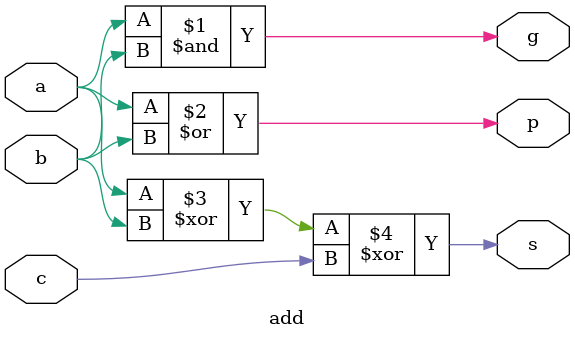
<source format=v>
`timescale 1ns / 1ps
module add(
				input a,
				input b,
				input c,
				output g,
				output p,
				output s
    );

assign g = a & b;
assign p = a | b;
assign s = a ^ b ^ c;
endmodule

</source>
